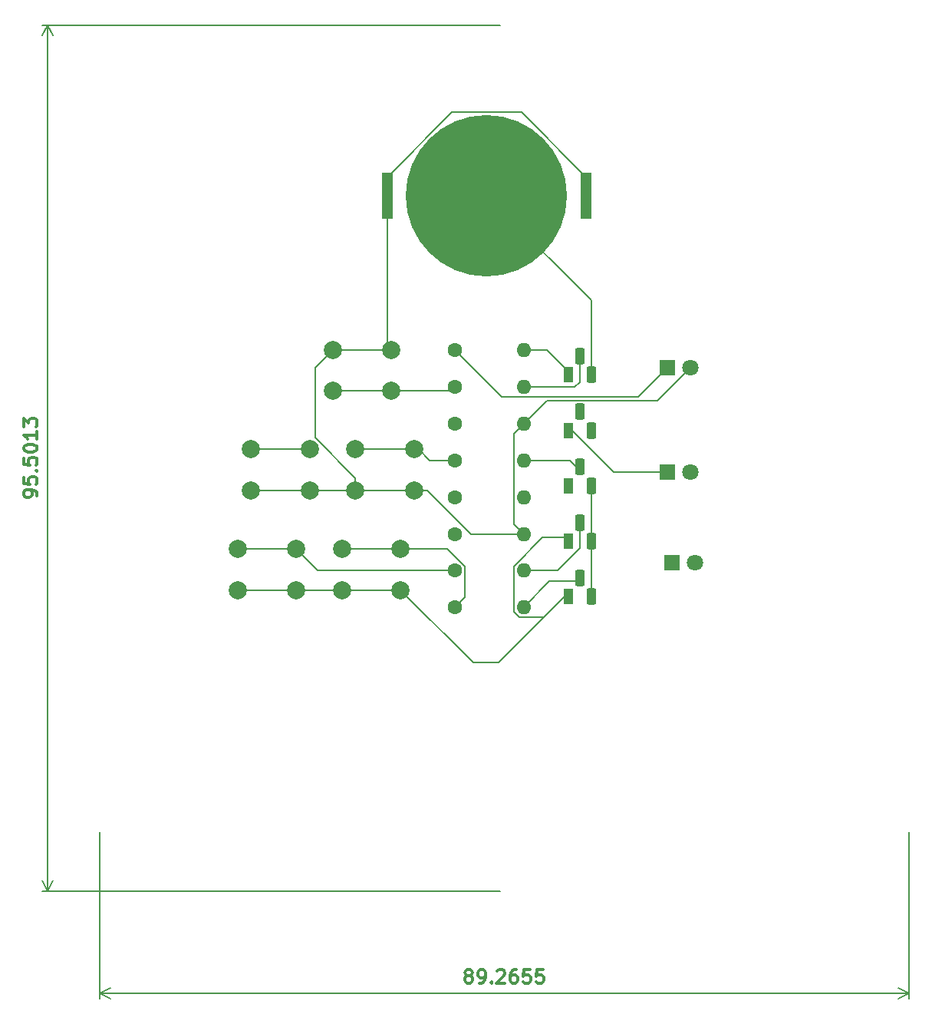
<source format=gtl>
G04 #@! TF.GenerationSoftware,KiCad,Pcbnew,9.0.1*
G04 #@! TF.CreationDate,2025-05-23T23:34:19-04:00*
G04 #@! TF.ProjectId,logic01,6c6f6769-6330-4312-9e6b-696361645f70,rev?*
G04 #@! TF.SameCoordinates,Original*
G04 #@! TF.FileFunction,Copper,L1,Top*
G04 #@! TF.FilePolarity,Positive*
%FSLAX46Y46*%
G04 Gerber Fmt 4.6, Leading zero omitted, Abs format (unit mm)*
G04 Created by KiCad (PCBNEW 9.0.1) date 2025-05-23 23:34:19*
%MOMM*%
%LPD*%
G01*
G04 APERTURE LIST*
G04 Aperture macros list*
%AMRoundRect*
0 Rectangle with rounded corners*
0 $1 Rounding radius*
0 $2 $3 $4 $5 $6 $7 $8 $9 X,Y pos of 4 corners*
0 Add a 4 corners polygon primitive as box body*
4,1,4,$2,$3,$4,$5,$6,$7,$8,$9,$2,$3,0*
0 Add four circle primitives for the rounded corners*
1,1,$1+$1,$2,$3*
1,1,$1+$1,$4,$5*
1,1,$1+$1,$6,$7*
1,1,$1+$1,$8,$9*
0 Add four rect primitives between the rounded corners*
20,1,$1+$1,$2,$3,$4,$5,0*
20,1,$1+$1,$4,$5,$6,$7,0*
20,1,$1+$1,$6,$7,$8,$9,0*
20,1,$1+$1,$8,$9,$2,$3,0*%
G04 Aperture macros list end*
%ADD10C,0.300000*%
G04 #@! TA.AperFunction,NonConductor*
%ADD11C,0.300000*%
G04 #@! TD*
G04 #@! TA.AperFunction,NonConductor*
%ADD12C,0.200000*%
G04 #@! TD*
G04 #@! TA.AperFunction,ComponentPad*
%ADD13C,2.000000*%
G04 #@! TD*
G04 #@! TA.AperFunction,ComponentPad*
%ADD14C,1.600000*%
G04 #@! TD*
G04 #@! TA.AperFunction,ComponentPad*
%ADD15O,1.600000X1.600000*%
G04 #@! TD*
G04 #@! TA.AperFunction,ComponentPad*
%ADD16RoundRect,0.275000X-0.275000X-0.625000X0.275000X-0.625000X0.275000X0.625000X-0.275000X0.625000X0*%
G04 #@! TD*
G04 #@! TA.AperFunction,ComponentPad*
%ADD17R,1.100000X1.800000*%
G04 #@! TD*
G04 #@! TA.AperFunction,ComponentPad*
%ADD18C,1.800000*%
G04 #@! TD*
G04 #@! TA.AperFunction,ComponentPad*
%ADD19R,1.800000X1.800000*%
G04 #@! TD*
G04 #@! TA.AperFunction,SMDPad,CuDef*
%ADD20C,17.800000*%
G04 #@! TD*
G04 #@! TA.AperFunction,SMDPad,CuDef*
%ADD21R,1.270000X5.080000*%
G04 #@! TD*
G04 #@! TA.AperFunction,Conductor*
%ADD22C,0.200000*%
G04 #@! TD*
G04 APERTURE END LIST*
D10*
D11*
X98499328Y-96788122D02*
X98499328Y-96502408D01*
X98499328Y-96502408D02*
X98427900Y-96359551D01*
X98427900Y-96359551D02*
X98356471Y-96288122D01*
X98356471Y-96288122D02*
X98142185Y-96145265D01*
X98142185Y-96145265D02*
X97856471Y-96073836D01*
X97856471Y-96073836D02*
X97285042Y-96073836D01*
X97285042Y-96073836D02*
X97142185Y-96145265D01*
X97142185Y-96145265D02*
X97070757Y-96216694D01*
X97070757Y-96216694D02*
X96999328Y-96359551D01*
X96999328Y-96359551D02*
X96999328Y-96645265D01*
X96999328Y-96645265D02*
X97070757Y-96788122D01*
X97070757Y-96788122D02*
X97142185Y-96859551D01*
X97142185Y-96859551D02*
X97285042Y-96930979D01*
X97285042Y-96930979D02*
X97642185Y-96930979D01*
X97642185Y-96930979D02*
X97785042Y-96859551D01*
X97785042Y-96859551D02*
X97856471Y-96788122D01*
X97856471Y-96788122D02*
X97927900Y-96645265D01*
X97927900Y-96645265D02*
X97927900Y-96359551D01*
X97927900Y-96359551D02*
X97856471Y-96216694D01*
X97856471Y-96216694D02*
X97785042Y-96145265D01*
X97785042Y-96145265D02*
X97642185Y-96073836D01*
X96999328Y-94716694D02*
X96999328Y-95430980D01*
X96999328Y-95430980D02*
X97713614Y-95502408D01*
X97713614Y-95502408D02*
X97642185Y-95430980D01*
X97642185Y-95430980D02*
X97570757Y-95288123D01*
X97570757Y-95288123D02*
X97570757Y-94930980D01*
X97570757Y-94930980D02*
X97642185Y-94788123D01*
X97642185Y-94788123D02*
X97713614Y-94716694D01*
X97713614Y-94716694D02*
X97856471Y-94645265D01*
X97856471Y-94645265D02*
X98213614Y-94645265D01*
X98213614Y-94645265D02*
X98356471Y-94716694D01*
X98356471Y-94716694D02*
X98427900Y-94788123D01*
X98427900Y-94788123D02*
X98499328Y-94930980D01*
X98499328Y-94930980D02*
X98499328Y-95288123D01*
X98499328Y-95288123D02*
X98427900Y-95430980D01*
X98427900Y-95430980D02*
X98356471Y-95502408D01*
X98356471Y-94002409D02*
X98427900Y-93930980D01*
X98427900Y-93930980D02*
X98499328Y-94002409D01*
X98499328Y-94002409D02*
X98427900Y-94073837D01*
X98427900Y-94073837D02*
X98356471Y-94002409D01*
X98356471Y-94002409D02*
X98499328Y-94002409D01*
X96999328Y-92573837D02*
X96999328Y-93288123D01*
X96999328Y-93288123D02*
X97713614Y-93359551D01*
X97713614Y-93359551D02*
X97642185Y-93288123D01*
X97642185Y-93288123D02*
X97570757Y-93145266D01*
X97570757Y-93145266D02*
X97570757Y-92788123D01*
X97570757Y-92788123D02*
X97642185Y-92645266D01*
X97642185Y-92645266D02*
X97713614Y-92573837D01*
X97713614Y-92573837D02*
X97856471Y-92502408D01*
X97856471Y-92502408D02*
X98213614Y-92502408D01*
X98213614Y-92502408D02*
X98356471Y-92573837D01*
X98356471Y-92573837D02*
X98427900Y-92645266D01*
X98427900Y-92645266D02*
X98499328Y-92788123D01*
X98499328Y-92788123D02*
X98499328Y-93145266D01*
X98499328Y-93145266D02*
X98427900Y-93288123D01*
X98427900Y-93288123D02*
X98356471Y-93359551D01*
X96999328Y-91573837D02*
X96999328Y-91430980D01*
X96999328Y-91430980D02*
X97070757Y-91288123D01*
X97070757Y-91288123D02*
X97142185Y-91216695D01*
X97142185Y-91216695D02*
X97285042Y-91145266D01*
X97285042Y-91145266D02*
X97570757Y-91073837D01*
X97570757Y-91073837D02*
X97927900Y-91073837D01*
X97927900Y-91073837D02*
X98213614Y-91145266D01*
X98213614Y-91145266D02*
X98356471Y-91216695D01*
X98356471Y-91216695D02*
X98427900Y-91288123D01*
X98427900Y-91288123D02*
X98499328Y-91430980D01*
X98499328Y-91430980D02*
X98499328Y-91573837D01*
X98499328Y-91573837D02*
X98427900Y-91716695D01*
X98427900Y-91716695D02*
X98356471Y-91788123D01*
X98356471Y-91788123D02*
X98213614Y-91859552D01*
X98213614Y-91859552D02*
X97927900Y-91930980D01*
X97927900Y-91930980D02*
X97570757Y-91930980D01*
X97570757Y-91930980D02*
X97285042Y-91859552D01*
X97285042Y-91859552D02*
X97142185Y-91788123D01*
X97142185Y-91788123D02*
X97070757Y-91716695D01*
X97070757Y-91716695D02*
X96999328Y-91573837D01*
X98499328Y-89645266D02*
X98499328Y-90502409D01*
X98499328Y-90073838D02*
X96999328Y-90073838D01*
X96999328Y-90073838D02*
X97213614Y-90216695D01*
X97213614Y-90216695D02*
X97356471Y-90359552D01*
X97356471Y-90359552D02*
X97427900Y-90502409D01*
X96999328Y-89145267D02*
X96999328Y-88216695D01*
X96999328Y-88216695D02*
X97570757Y-88716695D01*
X97570757Y-88716695D02*
X97570757Y-88502410D01*
X97570757Y-88502410D02*
X97642185Y-88359553D01*
X97642185Y-88359553D02*
X97713614Y-88288124D01*
X97713614Y-88288124D02*
X97856471Y-88216695D01*
X97856471Y-88216695D02*
X98213614Y-88216695D01*
X98213614Y-88216695D02*
X98356471Y-88288124D01*
X98356471Y-88288124D02*
X98427900Y-88359553D01*
X98427900Y-88359553D02*
X98499328Y-88502410D01*
X98499328Y-88502410D02*
X98499328Y-88930981D01*
X98499328Y-88930981D02*
X98427900Y-89073838D01*
X98427900Y-89073838D02*
X98356471Y-89145267D01*
D12*
X149619337Y-44823182D02*
X99034580Y-44823182D01*
X149619337Y-140324494D02*
X99034580Y-140324494D01*
X99621000Y-44823182D02*
X99621000Y-140324494D01*
X99621000Y-44823182D02*
X100207421Y-45949686D01*
X99621000Y-44823182D02*
X99034579Y-45949686D01*
X99621000Y-140324494D02*
X99034579Y-139197990D01*
X99621000Y-140324494D02*
X100207421Y-139197990D01*
D10*
D11*
X145992664Y-149650185D02*
X145849807Y-149578757D01*
X145849807Y-149578757D02*
X145778378Y-149507328D01*
X145778378Y-149507328D02*
X145706950Y-149364471D01*
X145706950Y-149364471D02*
X145706950Y-149293042D01*
X145706950Y-149293042D02*
X145778378Y-149150185D01*
X145778378Y-149150185D02*
X145849807Y-149078757D01*
X145849807Y-149078757D02*
X145992664Y-149007328D01*
X145992664Y-149007328D02*
X146278378Y-149007328D01*
X146278378Y-149007328D02*
X146421236Y-149078757D01*
X146421236Y-149078757D02*
X146492664Y-149150185D01*
X146492664Y-149150185D02*
X146564093Y-149293042D01*
X146564093Y-149293042D02*
X146564093Y-149364471D01*
X146564093Y-149364471D02*
X146492664Y-149507328D01*
X146492664Y-149507328D02*
X146421236Y-149578757D01*
X146421236Y-149578757D02*
X146278378Y-149650185D01*
X146278378Y-149650185D02*
X145992664Y-149650185D01*
X145992664Y-149650185D02*
X145849807Y-149721614D01*
X145849807Y-149721614D02*
X145778378Y-149793042D01*
X145778378Y-149793042D02*
X145706950Y-149935900D01*
X145706950Y-149935900D02*
X145706950Y-150221614D01*
X145706950Y-150221614D02*
X145778378Y-150364471D01*
X145778378Y-150364471D02*
X145849807Y-150435900D01*
X145849807Y-150435900D02*
X145992664Y-150507328D01*
X145992664Y-150507328D02*
X146278378Y-150507328D01*
X146278378Y-150507328D02*
X146421236Y-150435900D01*
X146421236Y-150435900D02*
X146492664Y-150364471D01*
X146492664Y-150364471D02*
X146564093Y-150221614D01*
X146564093Y-150221614D02*
X146564093Y-149935900D01*
X146564093Y-149935900D02*
X146492664Y-149793042D01*
X146492664Y-149793042D02*
X146421236Y-149721614D01*
X146421236Y-149721614D02*
X146278378Y-149650185D01*
X147278378Y-150507328D02*
X147564092Y-150507328D01*
X147564092Y-150507328D02*
X147706949Y-150435900D01*
X147706949Y-150435900D02*
X147778378Y-150364471D01*
X147778378Y-150364471D02*
X147921235Y-150150185D01*
X147921235Y-150150185D02*
X147992664Y-149864471D01*
X147992664Y-149864471D02*
X147992664Y-149293042D01*
X147992664Y-149293042D02*
X147921235Y-149150185D01*
X147921235Y-149150185D02*
X147849807Y-149078757D01*
X147849807Y-149078757D02*
X147706949Y-149007328D01*
X147706949Y-149007328D02*
X147421235Y-149007328D01*
X147421235Y-149007328D02*
X147278378Y-149078757D01*
X147278378Y-149078757D02*
X147206949Y-149150185D01*
X147206949Y-149150185D02*
X147135521Y-149293042D01*
X147135521Y-149293042D02*
X147135521Y-149650185D01*
X147135521Y-149650185D02*
X147206949Y-149793042D01*
X147206949Y-149793042D02*
X147278378Y-149864471D01*
X147278378Y-149864471D02*
X147421235Y-149935900D01*
X147421235Y-149935900D02*
X147706949Y-149935900D01*
X147706949Y-149935900D02*
X147849807Y-149864471D01*
X147849807Y-149864471D02*
X147921235Y-149793042D01*
X147921235Y-149793042D02*
X147992664Y-149650185D01*
X148635520Y-150364471D02*
X148706949Y-150435900D01*
X148706949Y-150435900D02*
X148635520Y-150507328D01*
X148635520Y-150507328D02*
X148564092Y-150435900D01*
X148564092Y-150435900D02*
X148635520Y-150364471D01*
X148635520Y-150364471D02*
X148635520Y-150507328D01*
X149278378Y-149150185D02*
X149349806Y-149078757D01*
X149349806Y-149078757D02*
X149492664Y-149007328D01*
X149492664Y-149007328D02*
X149849806Y-149007328D01*
X149849806Y-149007328D02*
X149992664Y-149078757D01*
X149992664Y-149078757D02*
X150064092Y-149150185D01*
X150064092Y-149150185D02*
X150135521Y-149293042D01*
X150135521Y-149293042D02*
X150135521Y-149435900D01*
X150135521Y-149435900D02*
X150064092Y-149650185D01*
X150064092Y-149650185D02*
X149206949Y-150507328D01*
X149206949Y-150507328D02*
X150135521Y-150507328D01*
X151421235Y-149007328D02*
X151135520Y-149007328D01*
X151135520Y-149007328D02*
X150992663Y-149078757D01*
X150992663Y-149078757D02*
X150921235Y-149150185D01*
X150921235Y-149150185D02*
X150778377Y-149364471D01*
X150778377Y-149364471D02*
X150706949Y-149650185D01*
X150706949Y-149650185D02*
X150706949Y-150221614D01*
X150706949Y-150221614D02*
X150778377Y-150364471D01*
X150778377Y-150364471D02*
X150849806Y-150435900D01*
X150849806Y-150435900D02*
X150992663Y-150507328D01*
X150992663Y-150507328D02*
X151278377Y-150507328D01*
X151278377Y-150507328D02*
X151421235Y-150435900D01*
X151421235Y-150435900D02*
X151492663Y-150364471D01*
X151492663Y-150364471D02*
X151564092Y-150221614D01*
X151564092Y-150221614D02*
X151564092Y-149864471D01*
X151564092Y-149864471D02*
X151492663Y-149721614D01*
X151492663Y-149721614D02*
X151421235Y-149650185D01*
X151421235Y-149650185D02*
X151278377Y-149578757D01*
X151278377Y-149578757D02*
X150992663Y-149578757D01*
X150992663Y-149578757D02*
X150849806Y-149650185D01*
X150849806Y-149650185D02*
X150778377Y-149721614D01*
X150778377Y-149721614D02*
X150706949Y-149864471D01*
X152921234Y-149007328D02*
X152206948Y-149007328D01*
X152206948Y-149007328D02*
X152135520Y-149721614D01*
X152135520Y-149721614D02*
X152206948Y-149650185D01*
X152206948Y-149650185D02*
X152349806Y-149578757D01*
X152349806Y-149578757D02*
X152706948Y-149578757D01*
X152706948Y-149578757D02*
X152849806Y-149650185D01*
X152849806Y-149650185D02*
X152921234Y-149721614D01*
X152921234Y-149721614D02*
X152992663Y-149864471D01*
X152992663Y-149864471D02*
X152992663Y-150221614D01*
X152992663Y-150221614D02*
X152921234Y-150364471D01*
X152921234Y-150364471D02*
X152849806Y-150435900D01*
X152849806Y-150435900D02*
X152706948Y-150507328D01*
X152706948Y-150507328D02*
X152349806Y-150507328D01*
X152349806Y-150507328D02*
X152206948Y-150435900D01*
X152206948Y-150435900D02*
X152135520Y-150364471D01*
X154349805Y-149007328D02*
X153635519Y-149007328D01*
X153635519Y-149007328D02*
X153564091Y-149721614D01*
X153564091Y-149721614D02*
X153635519Y-149650185D01*
X153635519Y-149650185D02*
X153778377Y-149578757D01*
X153778377Y-149578757D02*
X154135519Y-149578757D01*
X154135519Y-149578757D02*
X154278377Y-149650185D01*
X154278377Y-149650185D02*
X154349805Y-149721614D01*
X154349805Y-149721614D02*
X154421234Y-149864471D01*
X154421234Y-149864471D02*
X154421234Y-150221614D01*
X154421234Y-150221614D02*
X154349805Y-150364471D01*
X154349805Y-150364471D02*
X154278377Y-150435900D01*
X154278377Y-150435900D02*
X154135519Y-150507328D01*
X154135519Y-150507328D02*
X153778377Y-150507328D01*
X153778377Y-150507328D02*
X153635519Y-150435900D01*
X153635519Y-150435900D02*
X153564091Y-150364471D01*
D12*
X105431338Y-133841968D02*
X105431338Y-152215420D01*
X194696846Y-133841968D02*
X194696846Y-152215420D01*
X105431338Y-151629000D02*
X194696846Y-151629000D01*
X105431338Y-151629000D02*
X106557842Y-151042579D01*
X105431338Y-151629000D02*
X106557842Y-152215421D01*
X194696846Y-151629000D02*
X193570342Y-152215421D01*
X194696846Y-151629000D02*
X193570342Y-151042579D01*
D13*
G04 #@! TO.P,SW1,1,1*
G04 #@! TO.N,Net-(BT1-+)*
X131121000Y-80629000D03*
X137621000Y-80629000D03*
G04 #@! TO.P,SW1,2,2*
G04 #@! TO.N,Net-(R2-Pad1)*
X131121000Y-85129000D03*
X137621000Y-85129000D03*
G04 #@! TD*
G04 #@! TO.P,SW2,1,1*
G04 #@! TO.N,Net-(R5-Pad1)*
X122121000Y-91629000D03*
X128621000Y-91629000D03*
G04 #@! TO.P,SW2,2,2*
G04 #@! TO.N,Net-(BT1-+)*
X122121000Y-96129000D03*
X128621000Y-96129000D03*
G04 #@! TD*
D14*
G04 #@! TO.P,R2,1*
G04 #@! TO.N,Net-(R2-Pad1)*
X144581000Y-84749000D03*
D15*
G04 #@! TO.P,R2,2*
G04 #@! TO.N,Net-(Q1-B)*
X152201000Y-84749000D03*
G04 #@! TD*
D14*
G04 #@! TO.P,R3,1*
G04 #@! TO.N,Net-(D2-A)*
X144581000Y-88799000D03*
D15*
G04 #@! TO.P,R3,2*
G04 #@! TO.N,Net-(BT1-+)*
X152201000Y-88799000D03*
G04 #@! TD*
D14*
G04 #@! TO.P,R5,1*
G04 #@! TO.N,Net-(R5-Pad1)*
X144581000Y-96899000D03*
D15*
G04 #@! TO.P,R5,2*
G04 #@! TO.N,Net-(Q2-B)*
X152201000Y-96899000D03*
G04 #@! TD*
D14*
G04 #@! TO.P,R6,1*
G04 #@! TO.N,Net-(D3-A)*
X144581000Y-100949000D03*
D15*
G04 #@! TO.P,R6,2*
G04 #@! TO.N,Net-(BT1-+)*
X152201000Y-100949000D03*
G04 #@! TD*
D14*
G04 #@! TO.P,R8,1*
G04 #@! TO.N,Net-(R8-Pad1)*
X144581000Y-109049000D03*
D15*
G04 #@! TO.P,R8,2*
G04 #@! TO.N,Net-(Q5-B)*
X152201000Y-109049000D03*
G04 #@! TD*
D14*
G04 #@! TO.P,R7,1*
G04 #@! TO.N,Net-(R7-Pad1)*
X144581000Y-104999000D03*
D15*
G04 #@! TO.P,R7,2*
G04 #@! TO.N,Net-(Q4-B)*
X152201000Y-104999000D03*
G04 #@! TD*
D14*
G04 #@! TO.P,R4,1*
G04 #@! TO.N,Net-(R4-Pad1)*
X144581000Y-92849000D03*
D15*
G04 #@! TO.P,R4,2*
G04 #@! TO.N,Net-(Q3-B)*
X152201000Y-92849000D03*
G04 #@! TD*
D13*
G04 #@! TO.P,SW5,2,2*
G04 #@! TO.N,Net-(D3-K)*
X138621000Y-107129000D03*
X132121000Y-107129000D03*
G04 #@! TO.P,SW5,1,1*
G04 #@! TO.N,Net-(R8-Pad1)*
X138621000Y-102629000D03*
X132121000Y-102629000D03*
G04 #@! TD*
G04 #@! TO.P,SW4,2,2*
G04 #@! TO.N,Net-(D3-K)*
X127121000Y-107129000D03*
X120621000Y-107129000D03*
G04 #@! TO.P,SW4,1,1*
G04 #@! TO.N,Net-(R7-Pad1)*
X127121000Y-102629000D03*
X120621000Y-102629000D03*
G04 #@! TD*
G04 #@! TO.P,SW3,2,2*
G04 #@! TO.N,Net-(BT1-+)*
X140121000Y-96129000D03*
X133621000Y-96129000D03*
G04 #@! TO.P,SW3,1,1*
G04 #@! TO.N,Net-(R4-Pad1)*
X140121000Y-91629000D03*
X133621000Y-91629000D03*
G04 #@! TD*
D15*
G04 #@! TO.P,R1,2*
G04 #@! TO.N,Net-(Q1-C)*
X152201000Y-80699000D03*
D14*
G04 #@! TO.P,R1,1*
G04 #@! TO.N,Net-(D1-K)*
X144581000Y-80699000D03*
G04 #@! TD*
D16*
G04 #@! TO.P,Q5,3,E*
G04 #@! TO.N,Net-(BT1--)*
X159661000Y-107859000D03*
G04 #@! TO.P,Q5,2,B*
G04 #@! TO.N,Net-(Q5-B)*
X158391000Y-105789000D03*
D17*
G04 #@! TO.P,Q5,1,C*
G04 #@! TO.N,Net-(D3-K)*
X157121000Y-107859000D03*
G04 #@! TD*
D16*
G04 #@! TO.P,Q4,3,E*
G04 #@! TO.N,Net-(BT1--)*
X159661000Y-101749000D03*
G04 #@! TO.P,Q4,2,B*
G04 #@! TO.N,Net-(Q4-B)*
X158391000Y-99679000D03*
D17*
G04 #@! TO.P,Q4,1,C*
G04 #@! TO.N,Net-(D3-K)*
X157121000Y-101749000D03*
G04 #@! TD*
D16*
G04 #@! TO.P,Q3,3,E*
G04 #@! TO.N,Net-(BT1--)*
X159661000Y-95639000D03*
G04 #@! TO.P,Q3,2,B*
G04 #@! TO.N,Net-(Q3-B)*
X158391000Y-93569000D03*
D17*
G04 #@! TO.P,Q3,1,C*
G04 #@! TO.N,Net-(Q2-E)*
X157121000Y-95639000D03*
G04 #@! TD*
D16*
G04 #@! TO.P,Q2,3,E*
G04 #@! TO.N,Net-(Q2-E)*
X159661000Y-89529000D03*
G04 #@! TO.P,Q2,2,B*
G04 #@! TO.N,Net-(Q2-B)*
X158391000Y-87459000D03*
D17*
G04 #@! TO.P,Q2,1,C*
G04 #@! TO.N,Net-(D2-K)*
X157121000Y-89529000D03*
G04 #@! TD*
D16*
G04 #@! TO.P,Q1,3,E*
G04 #@! TO.N,Net-(BT1--)*
X159661000Y-83419000D03*
G04 #@! TO.P,Q1,2,B*
G04 #@! TO.N,Net-(Q1-B)*
X158391000Y-81349000D03*
D17*
G04 #@! TO.P,Q1,1,C*
G04 #@! TO.N,Net-(Q1-C)*
X157121000Y-83419000D03*
G04 #@! TD*
D18*
G04 #@! TO.P,D3,2,A*
G04 #@! TO.N,Net-(D3-A)*
X171121000Y-104129000D03*
D19*
G04 #@! TO.P,D3,1,K*
G04 #@! TO.N,Net-(D3-K)*
X168581000Y-104129000D03*
G04 #@! TD*
D18*
G04 #@! TO.P,D2,2,A*
G04 #@! TO.N,Net-(D2-A)*
X170621000Y-94129000D03*
D19*
G04 #@! TO.P,D2,1,K*
G04 #@! TO.N,Net-(D2-K)*
X168081000Y-94129000D03*
G04 #@! TD*
D18*
G04 #@! TO.P,D1,2,A*
G04 #@! TO.N,Net-(BT1-+)*
X170621000Y-82629000D03*
D19*
G04 #@! TO.P,D1,1,K*
G04 #@! TO.N,Net-(D1-K)*
X168081000Y-82629000D03*
G04 #@! TD*
D20*
G04 #@! TO.P,BT1,2,-*
G04 #@! TO.N,Net-(BT1--)*
X148121000Y-63629000D03*
D21*
G04 #@! TO.P,BT1,1,+*
G04 #@! TO.N,Net-(BT1-+)*
X159106000Y-63629000D03*
X137136000Y-63629000D03*
G04 #@! TD*
D22*
G04 #@! TO.N,Net-(D2-K)*
X162121000Y-94129000D02*
X157121000Y-89129000D01*
X168081000Y-94129000D02*
X162121000Y-94129000D01*
G04 #@! TO.N,Net-(BT1-+)*
X154742000Y-86258000D02*
X166992000Y-86258000D01*
X152201000Y-88799000D02*
X154742000Y-86258000D01*
X166992000Y-86258000D02*
X170621000Y-82629000D01*
G04 #@! TO.N,Net-(D1-K)*
X164860000Y-85850000D02*
X168081000Y-82629000D01*
X144581000Y-80699000D02*
X149732000Y-85850000D01*
X149732000Y-85850000D02*
X164860000Y-85850000D01*
G04 #@! TO.N,Net-(R5-Pad1)*
X122121000Y-91629000D02*
X128621000Y-91629000D01*
G04 #@! TO.N,Net-(R4-Pad1)*
X141841000Y-92849000D02*
X144581000Y-92849000D01*
X140621000Y-91629000D02*
X141841000Y-92849000D01*
X140121000Y-91629000D02*
X140621000Y-91629000D01*
X133621000Y-91629000D02*
X140121000Y-91629000D01*
G04 #@! TO.N,Net-(R2-Pad1)*
X144201000Y-85129000D02*
X144581000Y-84749000D01*
X137621000Y-85129000D02*
X144201000Y-85129000D01*
X131121000Y-85129000D02*
X137621000Y-85129000D01*
G04 #@! TO.N,Net-(Q1-B)*
X157843000Y-84749000D02*
X158391000Y-84201000D01*
X158391000Y-84201000D02*
X158391000Y-81749000D01*
X152201000Y-84749000D02*
X157843000Y-84749000D01*
G04 #@! TO.N,Net-(Q1-C)*
X152201000Y-80699000D02*
X154801000Y-80699000D01*
X154801000Y-80699000D02*
X157121000Y-83019000D01*
G04 #@! TO.N,Net-(BT1--)*
X159661000Y-75169000D02*
X148121000Y-63629000D01*
X159661000Y-83019000D02*
X159661000Y-75169000D01*
G04 #@! TO.N,Net-(Q3-B)*
X157271000Y-92849000D02*
X158391000Y-93969000D01*
X152201000Y-92849000D02*
X157271000Y-92849000D01*
G04 #@! TO.N,Net-(D3-K)*
X151744950Y-110150000D02*
X154430000Y-110150000D01*
X151100000Y-109505050D02*
X151744950Y-110150000D01*
X151100000Y-104542950D02*
X151100000Y-109505050D01*
X154293950Y-101349000D02*
X151100000Y-104542950D01*
X154430000Y-110150000D02*
X157121000Y-107459000D01*
X157121000Y-101349000D02*
X154293950Y-101349000D01*
G04 #@! TO.N,Net-(Q4-B)*
X155923000Y-104999000D02*
X158391000Y-102531000D01*
X152201000Y-104999000D02*
X155923000Y-104999000D01*
X158391000Y-102531000D02*
X158391000Y-100079000D01*
G04 #@! TO.N,Net-(BT1--)*
X159661000Y-101349000D02*
X159661000Y-95239000D01*
X159661000Y-101349000D02*
X159661000Y-107459000D01*
G04 #@! TO.N,Net-(Q5-B)*
X155061000Y-106189000D02*
X158391000Y-106189000D01*
X152201000Y-109049000D02*
X155061000Y-106189000D01*
G04 #@! TO.N,Net-(D3-K)*
X146621000Y-115129000D02*
X149451000Y-115129000D01*
X138621000Y-107129000D02*
X146621000Y-115129000D01*
X149451000Y-115129000D02*
X157121000Y-107459000D01*
X132121000Y-107129000D02*
X138621000Y-107129000D01*
X127121000Y-107129000D02*
X132121000Y-107129000D01*
X120621000Y-107129000D02*
X127121000Y-107129000D01*
G04 #@! TO.N,Net-(R8-Pad1)*
X145682000Y-107948000D02*
X144581000Y-109049000D01*
X145682000Y-104542950D02*
X145682000Y-107948000D01*
X143768050Y-102629000D02*
X145682000Y-104542950D01*
X138621000Y-102629000D02*
X143768050Y-102629000D01*
X132121000Y-102629000D02*
X138621000Y-102629000D01*
G04 #@! TO.N,Net-(R7-Pad1)*
X129491000Y-104999000D02*
X144581000Y-104999000D01*
X127121000Y-102629000D02*
X129491000Y-104999000D01*
X120621000Y-102629000D02*
X127121000Y-102629000D01*
G04 #@! TO.N,Net-(BT1-+)*
X151100000Y-89900000D02*
X152201000Y-88799000D01*
X151100000Y-99848000D02*
X151100000Y-89900000D01*
X152201000Y-100949000D02*
X151100000Y-99848000D01*
X146355213Y-100949000D02*
X152201000Y-100949000D01*
X141535213Y-96129000D02*
X146355213Y-100949000D01*
X140121000Y-96129000D02*
X141535213Y-96129000D01*
X133621000Y-96129000D02*
X140121000Y-96129000D01*
X128621000Y-96129000D02*
X122121000Y-96129000D01*
X133621000Y-96129000D02*
X128621000Y-96129000D01*
X129159892Y-90328000D02*
X133621000Y-94789108D01*
X133621000Y-94789108D02*
X133621000Y-96129000D01*
X129159892Y-82590108D02*
X129159892Y-90328000D01*
X131121000Y-80629000D02*
X129159892Y-82590108D01*
X137621000Y-80629000D02*
X131121000Y-80629000D01*
X137136000Y-80144000D02*
X137621000Y-80629000D01*
X137136000Y-63629000D02*
X137136000Y-80144000D01*
X151932179Y-54428000D02*
X159106000Y-61601821D01*
X144309821Y-54428000D02*
X151932179Y-54428000D01*
X159106000Y-61601821D02*
X159106000Y-63629000D01*
X137136000Y-61601821D02*
X144309821Y-54428000D01*
X137136000Y-63629000D02*
X137136000Y-61601821D01*
G04 #@! TD*
M02*

</source>
